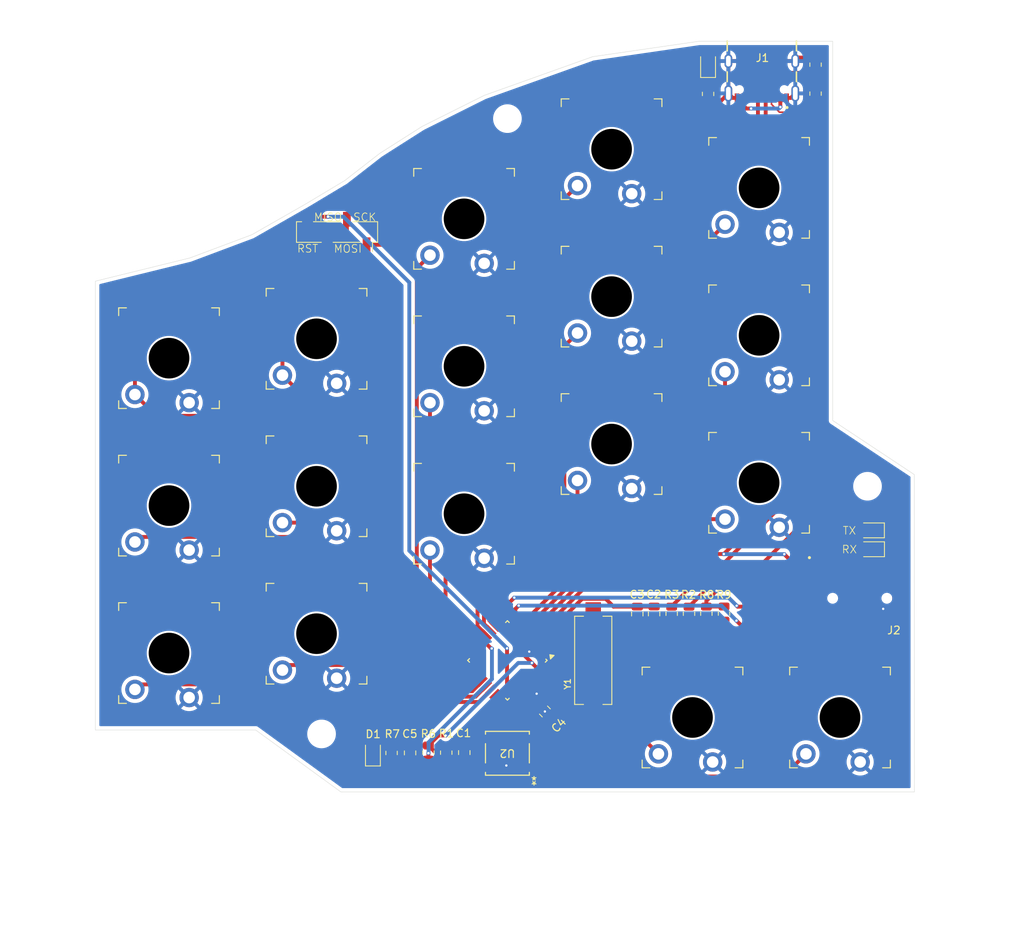
<source format=kicad_pcb>
(kicad_pcb (version 20240108) (generator "pcbnew") (generator_version "8.0")
  (layers (0 "F.Cu" signal) (31 "B.Cu" signal) (34 "B.Paste" user) (35 "F.Paste" user) (36 "B.SilkS" user "B.Silkscreen") (37 "F.SilkS" user "F.Silkscreen") (38 "B.Mask" user) (39 "F.Mask" user) (44 "Edge.Cuts" user))
  (net 0 "")
  (net 1 "GND")
  (net 2 "RST")
  (net 3 "Net-(U1-XTAL1)")
  (net 4 "Net-(U1-PC0{slash}XTAL2)")
  (net 5 "Net-(U1-UCAP)")
  (net 6 "VCC")
  (net 7 "Net-(D1-K)")
  (net 8 "TX")
  (net 9 "Net-(D2-K)")
  (net 10 "Net-(D3-K)")
  (net 11 "RX")
  (net 12 "Net-(D4-K)")
  (net 13 "Net-(J1-CC1)")
  (net 15 "K3")
  (net 16 "K2")
  (net 17 "K4")
  (net 18 "Net-(U1-D+)")
  (net 19 "Net-(U1-D-)")
  (net 20 "K1")
  (net 21 "K5")
  (net 22 "K6")
  (net 23 "K7")
  (net 24 "K8")
  (net 25 "K9")
  (net 26 "K10")
  (net 27 "K11")
  (net 28 "K12")
  (net 29 "K13")
  (net 30 "K14")
  (net 31 "K15")
  (net 32 "K16")
  (net 33 "K17")
  (net 34 "Net-(D1-A)")
  (net 36 "D+")
  (net 37 "D-")
  (net 38 "Net-(J1-CC2)")
  (footprint "LED_SMD:LED_0805_2012Metric" (layer "F.Cu") (at 141.63 140.95 90)
    (property "Reference" "D1")
    (property "Value" "LED" (hide yes))
  )
  (footprint "Resistor_SMD:R_0805_2012Metric" (layer "F.Cu") (at 148.8 140.91 -90)
    (property "Reference" "R6")
    (property "Value" "10k" (hide yes))
  )
  (footprint "Mech_Keyboard:SW_Gateron_LowProfile_THT_New" (layer "F.Cu") (at 172.45 62.95)
    (property "Reference" "S4" (hide yes))
    (property "Value" "Keyswitch" (hide yes))
  )
  (footprint "Mech_Keyboard:SW_Gateron_LowProfile_THT_New" (layer "F.Cu") (at 153.4 71.95)
    (property "Reference" "S3" (hide yes))
    (property "Value" "Keyswitch" (hide yes))
  )
  (footprint "Resistor_SMD:R_0805_2012Metric" (layer "F.Cu") (at 184.91 55.81 90)
    (property "Reference" "R10" (hide yes))
    (property "Value" "220" (hide yes))
  )
  (footprint "Mech_Keyboard:SMT_FS" (layer "F.Cu") (at 159 141 180)
    (property "Reference" "U2")
    (property "Value" "PTS526 SK15 SMTR2 LFS")
  )
  (footprint "Mech_Keyboard:SW_Gateron_LowProfile_THT_New" (layer "F.Cu") (at 134.35 87.45)
    (property "Reference" "S2" (hide yes))
    (property "Value" "Keyswitch" (hide yes))
  )
  (footprint "Mech_Keyboard:GCT_USB4105-GF-A" (layer "F.Cu") (at 191.851033 51.565677 180)
    (property "Reference" "J1")
    (property "Value" "USB4105-GF-A" (hide yes))
  )
  (footprint "MountingHole:MountingHole_3.2mm_M3" (layer "F.Cu") (at 135 138.5)
    (property "Reference" "REF**" (hide yes))
    (property "Value" "MountingHole_3.2mm_M3" (hide yes))
  )
  (footprint "Capacitor_SMD:C_0805_2012Metric" (layer "F.Cu") (at 163.84 135.6 135)
    (property "Reference" "C4")
    (property "Value" "1uf" (hide yes))
  )
  (footprint "Mech_Keyboard:SW_Gateron_LowProfile_THT_New" (layer "F.Cu") (at 191.5 87)
    (property "Reference" "S10" (hide yes))
    (property "Value" "Keyswitch" (hide yes))
  )
  (footprint "Package_QFP:TQFP-32_7x7mm_P0.8mm" (layer "F.Cu") (at 159 129 -135)
    (property "Reference" "U1" (hide yes))
    (property "Value" "ATmega32U2-A" (hide yes))
  )
  (footprint "Resistor_SMD:R_0805_2012Metric" (layer "F.Cu") (at 184.69 122.96 -90)
    (property "Reference" "R8")
    (property "Value" "220" (hide yes))
  )
  (footprint "Mech_Keyboard:SW_Gateron_LowProfile_THT_New" (layer "F.Cu") (at 191.5 106.05)
    (property "Reference" "S15" (hide yes))
    (property "Value" "Keyswitch" (hide yes))
  )
  (footprint "Capacitor_SMD:C_0805_2012Metric" (layer "F.Cu") (at 177.94 122.99 -90)
    (property "Reference" "C2")
    (property "Value" "20pf" (hide yes))
  )
  (footprint "Mech_Keyboard:SW_Gateron_LowProfile_THT_New" (layer "F.Cu") (at 182.9 136.375)
    (property "Reference" "S16" (hide yes))
    (property "Value" "Keyswitch" (hide yes))
  )
  (footprint "Mech_Keyboard:SW_Gateron_LowProfile_THT_New" (layer "F.Cu") (at 134.35 106.5)
    (property "Reference" "S7" (hide yes))
    (property "Value" "Keyswitch" (hide yes))
  )
  (footprint "Capacitor_SMD:C_0805_2012Metric" (layer "F.Cu") (at 146.43 140.95 90)
    (property "Reference" "C5")
    (property "Value" "1uf" (hide yes))
  )
  (footprint "Mech_Keyboard:SW_Gateron_LowProfile_THT_New" (layer "F.Cu") (at 115.3 89.95)
    (property "Reference" "S1" (hide yes))
    (property "Value" "Keyswitch" (hide yes))
  )
  (footprint "Capacitor_SMD:C_0805_2012Metric" (layer "F.Cu") (at 175.77 123 90)
    (property "Reference" "C3")
    (property "Value" "20pf" (hide yes))
  )
  (footprint "Connector_PinSocket_2.54mm:PinSocket_1x04_P2.54mm_Vertical_SMD_Pin1Right" (layer "F.Cu") (at 137 73.65 -90)
    (property "Reference" "J3" (hide yes))
    (property "Value" "Conn_01x04_Pin" (hide yes))
  )
  (footprint "Resistor_SMD:R_0805_2012Metric" (layer "F.Cu") (at 182.45 122.97 -90)
    (property "Reference" "R2")
    (property "Value" "22" (hide yes))
  )
  (footprint "Mech_Keyboard:SW_Gateron_LowProfile_THT_New" (layer "F.Cu") (at 191.5 67.95)
    (property "Reference" "S5" (hide yes))
    (property "Value" "Keyswitch" (hide yes))
  )
  (footprint "MountingHole:MountingHole_3.2mm_M3" (layer "F.Cu") (at 205.5 106.5)
    (property "Reference" "REF**" (hide yes))
    (property "Value" "MountingHole_3.2mm_M3" (hide yes))
  )
  (footprint "Mech_Keyboard:SW_Gateron_LowProfile_THT_New" (layer "F.Cu") (at 115.3 128.05)
    (property "Reference" "S11" (hide yes))
    (property "Value" "Keyswitch" (hide yes))
  )
  (footprint "Resistor_SMD:R_0805_2012Metric" (layer "F.Cu") (at 198.79 55.77 -90)
    (property "Reference" "R4" (hide yes))
    (property "Value" "5.1k" (hide yes))
  )
  (footprint "Resistor_SMD:R_0805_2012Metric" (layer "F.Cu") (at 186.97 122.95 -90)
    (property "Reference" "R9")
    (property "Value" "220" (hide yes))
  )
  (footprint "Mech_Keyboard:SW_Gateron_LowProfile_THT_New" (layer "F.Cu") (at 172.45 82)
    (property "Reference" "S9" (hide yes))
    (property "Value" "Keyswitch" (hide yes))
  )
  (footprint "Mech_Keyboard:SW_Gateron_LowProfile_THT_New" (layer "F.Cu") (at 153.4 91)
    (property "Reference" "S8" (hide yes))
    (property "Value" "Keyswitch" (hide yes))
  )
  (footprint "Capacitor_SMD:C_0805_2012Metric" (layer "F.Cu") (at 153.43 140.91 -90)
    (property "Reference" "C1")
    (property "Value" "1uf" (hide yes))
  )
  (footprint "Resistor_SMD:R_0805_2012Metric" (layer "F.Cu") (at 180.21 122.97 -90)
    (property "Reference" "R3")
    (property "Value" "22" (hide yes))
  )
  (footprint "Mech_Keyboard:SW_Gateron_LowProfile_THT_New" (layer "F.Cu") (at 172.45 101.05)
    (property "Reference" "S14" (hide yes))
    (property "Value" "Keyswitch" (hide yes))
  )
  (footprint "Mech_Keyboard:SW_Gateron_LowProfile_THT_New" (layer "F.Cu") (at 115.3 109)
    (property "Reference" "S6" (hide yes))
    (property "Value" "Keyswitch" (hide yes))
  )
  (footprint "LED_SMD:LED_0805_2012Metric" (layer "F.Cu") (at 184.91 52 90)
    (property "Reference" "D4" (hide yes))
    (property "Value" "LED" (hide yes))
  )
  (footprint "Resistor_SMD:R_0805_2012Metric" (layer "F.Cu") (at 198.79 52.03 90)
    (property "Reference" "R5" (hide yes))
    (property "Value" "5.1k" (hide yes))
  )
  (footprint "Mech_Keyboard:SAMESKY_SJ2-3574A-SMT-TR" (layer "F.Cu") (at 204.497982 120.973578 90)
    (property "Reference" "J2")
    (property "Value" "SJ2-3574A-SMT-TR" (hide yes))
  )
  (footprint "Mech_Keyboard:SW_Gateron_LowProfile_THT_New" (layer "F.Cu") (at 134.35 125.55)
    (property "Reference" "S12" (hide yes))
    (property "Value" "Keyswitch" (hide yes))
  )
  (footprint "MountingHole:MountingHole_3.2mm_M3" (layer "F.Cu") (at 159 59)
    (property "Reference" "REF**" (hide yes))
    (property "Value" "MountingHole_3.2mm_M3" (hide yes))
  )
  (footprint "Mech_Keyboard:SW_Gateron_LowProfile_THT_New" (layer "F.Cu") (at 153.4 110.05)
    (property "Reference" "S13" (hide yes))
    (property "Value" "Keyswitch" (hide yes))
  )
  (footprint "Mech_Keyboard:SW_Gateron_LowProfile_THT_New" (layer "F.Cu") (at 201.95 136.375)
    (property "Reference" "S17" (hide yes))
    (property "Value" "Keyswitch" (hide yes))
  )
  (footprint "Resistor_SMD:R_0805_2012Metric" (layer "F.Cu") (at 151.1 140.92 90)
    (property "Reference" "R1")
    (property "Value" "10k" (hide yes))
  )
  (footprint "Mech_Keyboard:XTAL_ECS-160-20-5PX-TR" (layer "F.Cu") (at 170.08 128.99 90)
    (property "Reference" "Y1")
    (property "Value" "16MHz" (hide yes))
  )
  (footprint "Resistor_SMD:R_0805_2012Metric" (layer "F.Cu") (at 144.04 140.9575 90)
    (property "Reference" "R7")
    (property "Value" "220" (hide yes))
  )
  (footprint "LED_SMD:LED_0805_2012Metric" (layer "F.Cu") (at 205.99 112.2 180)
    (property "Reference" "D2" (hide yes))
    (property "Value" "LED" (hide yes))
  )
  (footprint "LED_SMD:LED_0805_2012Metric" (layer "F.Cu") (at 206 114.64 180)
    (property "Reference" "D3" (hide yes))
    (property "Value" "LED" (hide yes))
  )
  (gr_poly (pts (xy 126.5 138) (xy 105.8 138) (xy 105.8 109) (xy 105.8 80) (xy 111.9 78.5) (xy 118 77) (xy 126 74) (xy 133 70) (xy 138 67) (xy 142.5 63.5) (xy 148 60) (xy 156 56) (xy 170 51) (xy 183.78 49) (xy 201 49) (xy 201 98) (xy 211.55 105) (xy 211.561704 146) (xy 137.5 146)) (stroke (width 0.05)) (fill none) (layer "Edge.Cuts"))
  (gr_text "MOSI" (at 136.52 76.4 0) (layer "F.SilkS") (effects (font (size 1 1) (thickness 0.1)) (justify left bottom)))
  (gr_text "SCK" (at 139.03 72.32 0) (layer "F.SilkS") (effects (font (size 1 1) (thickness 0.1)) (justify left bottom)))
  (gr_text "MISO" (at 133.95 72.32 0) (layer "F.SilkS") (effects (font (size 1 1) (thickness 0.1)) (justify left bottom)))
  (gr_text "RST" (at 131.78 76.38 0) (layer "F.SilkS") (effects (font (size 1 1) (thickness 0.1)) (justify left bottom)))
  (gr_text "RX" (at 202.12 115.25 0) (layer "F.SilkS") (effects (font (size 1 1) (thickness 0.1)) (justify left bottom)))
  (gr_text "TX" (at 202.24 112.82 0) (layer "F.SilkS") (effects (font (size 1 1) (thickness 0.1)) (justify left bottom)))
  (segment (start 198.79 51.1175) (end 196.61921 51.1175) (width 0.5) (layer "F.Cu") (net 1))
  (segment (start 172.7 122.05) (end 171.69 121.04) (width 0.5) (layer "F.Cu") (net 1))
  (segment (start 168.657056 121.04) (end 171.69 121.04) (width 0.5) (layer "F.Cu") (net 1))
  (segment (start 152.3 142.99) (end 153.43 141.86) (width 0.5) (layer "F.Cu") (net 1))
  (segment (start 175.78 122.04) (end 175.77 122.05) (width 0.5) (layer "F.Cu") (net 1))
  (segment (start 184.69 121.31) (end 186 120) (width 0.5) (layer "F.Cu") (net 1))
  (segment (start 206.497982 124.523578) (end 206.497982 123.366344) (width 0.5) (layer "F.Cu") (net 1))
  (segment (start 147.02 142.99) (end 152.3 142.99) (width 0.5) (layer "F.Cu") (net 1))
  (segment (start 188.106033 56.320677) (end 187.531033 55.745677) (width 0.5) (layer "F.Cu") (net 1))
  (segment (start 196.61921 51.1175) (end 196.171033 51.565677) (width 0.5) (layer "F.Cu") (net 1))
  (segment (start 161.756215 132.288047) (end 161.722361 132.288047) (width 0.5) (layer "F.Cu") (net 1))
  (segment (start 164.511751 136.271751) (end 163.840001 135.600001) (width 0.5) (layer "F.Cu") (net 1))
  (segment (start 146.43 142.4) (end 147.02 142.99) (width 0.5) (layer "F.Cu") (net 1))
  (segment (start 186.55421 56.7225) (end 187.531033 55.745677) (width 0.5) (layer "F.Cu") (net 1))
  (segment (start 198.79 54.8575) (end 199.94 53.7075) (width 0.5) (layer "F.Cu") (net 1))
  (segment (start 162.853732 126.843324) (end 168.657056 121.04) (width 0.5) (layer "F.Cu") (net 1))
  (segment (start 155.81865 142.8542) (end 158.5858 142.8542) (width 0.5) (layer "F.Cu") (net 1))
  (segment (start 187.531033 51.565677) (end 187.531033 55.745677) (width 0.5) (layer "F.Cu") (net 1))
  (segment (start 146.43 141.9) (end 146.43 142.4) (width 0.5) (layer "F.Cu") (net 1))
  (segment (start 154.4242 142.8542) (end 155.81865 142.8542) (width 0.5) (layer "F.Cu") (net 1))
  (segment (start 146.43 141.9) (end 144.07 141.9) (width 0.5) (layer "F.Cu") (net 1))
  (segment (start 188.651033 56.320677) (end 188.106033 56.320677) (width 0.5) (layer "F.Cu") (net 1))
  (segment (start 162.773101 133.304933) (end 161.756215 132.288047) (width 0.5) (layer "F.Cu") (net 1))
  (segment (start 144.07 141.9) (end 144.04 141.87) (width 0.5) (layer "F.Cu") (net 1))
  (segment (start 195.596033 56.320677) (end 196.171033 55.745677) (width 0.5) (layer "F.Cu") (net 1))
  (segment (start 186.97 122.0375) (end 184.7 122.0375) (width 0.5) (layer "F.Cu") (net 1))
  (segment (start 175.77 122.05) (end 172.7 122.05) (width 0.5) (layer "F.Cu") (net 1))
  (segment (start 199.94 53.7075) (end 199.94 52.2675) (width 0.5) (layer "F.Cu") (net 1))
  (segment (start 195.051033 56.320677) (end 195.596033 56.320677) (width 0.5) (layer "F.Cu") (net 1))
  (segment (start 159.1342 142.8542) (end 158.86 142.58) (width 0.5) (layer "F.Cu") (net 1))
  (segment (start 177.94 122.04) (end 175.78 122.04) (width 0.5) (layer "F.Cu") (net 1))
  (segment (start 187.531033 51.565677) (end 196.171033 51.565677) (width 0.5) (layer "F.Cu") (net 1))
  (segment (start 199.94 52.2675) (end 198.79 51.1175) (width 0.5) (layer "F.Cu") (net 1))
  (segment (start 184.7 122.0375) (end 184.69 122.0475) (width 0.5) (layer "F.Cu") (net 1))
  (segment (start 162.846676 126.843324) (end 161.82 127.87) (width 0.5) (layer "F.Cu") (net 1))
  (segment (start 206.497982 123.366344) (end 207.525 122.339326) (width 0.5) (layer "F.Cu") (net 1))
  (segment (start 184.91 56.7225) (end 186.55421 56.7225) (width 0.5) (layer "F.Cu") (net 1))
  (segment (start 162.18135 142.8542) (end 159.1342 142.8542) (width 0.5) (layer "F.Cu") (net 1))
  (segment (start 153.43 141.86) (end 154.4242 142.8542) (width 0.5) (layer "F.Cu") (net 1))
  (segment (start 158.5858 142.8542) (end 158.86 142.58) (width 0.5) (layer "F.Cu") (net 1))
  (segment (start 162.853732 126.843324) (end 162.846676 126.843324) (width 0.5) (layer "F.Cu") (net 1))
  (segment (start 184.69 122.0475) (end 184.69 121.31) (width 0.5) (layer "F.Cu") (net 1))
  (via (at 207.525 122.339326) (size 0.6) (drill 0.3) (layers "F.Cu" "B.Cu") (net 1))
  (via (at 186 120) (size 0.6) (drill 0.3) (layers "F.Cu" "B.Cu") (net 1))
  (via (at 163.840001 135.600001) (size 0.5) (drill 0.3) (layers "F.Cu" "B.Cu") (net 1))
  (via (at 158.86 142.58) (size 0.5) (drill 0.3) (layers "F.Cu" "B.Cu") (net 1))
  (via (at 162.773101 133.304933) (size 0.6) (drill 0.3) (layers "F.Cu" "B.Cu") (net 1))
  (via (at 161.82 127.87) (size 0.5) (drill 0.3) (layers "F.Cu" "B.Cu") (net 1))
  (segment (start 155.81865 139.1458) (end 162.18135 139.1458) (width 0.5) (layer "F.Cu") (net 2))
  (segment (start 153.43 139.96) (end 151.1475 139.96) (width 0.5) (layer "F.Cu") (net 2))
  (segment (start 154.2442 139.1458) (end 155.81865 139.1458) (width 0.5) (layer "F.Cu") (net 2))
  (segment (start 151.1475 139.96) (end 151.1 140.0075) (width 0.5) (layer "F.Cu") (net 2))
  (segment (start 155.81865 136.141148) (end 155.81865 139.1458) (width 0.5) (layer "F.Cu") (net 2))
  (segment (start 135.825 71.675) (end 133.515 71.675) (width 0.5) (layer "F.Cu") (net 2))
  (segment (start 153.43 139.96) (end 154.2442 139.1458) (width 0.5) (layer "F.Cu") (net 2))
  (segment (start 158.95 127.44) (end 158.95 133.009798) (width 0.5) (layer "F.Cu") (net 2))
  (segment (start 133.515 71.675) (end 133.19 72) (width 0.5) (layer "F.Cu") (net 2))
  (segment (start 157.974695 133.985103) (end 155.81865 136.141148) (width 0.5) (layer "F.Cu") (net 2))
  (segment (start 158.95 133.009798) (end 157.974695 133.985103) (width 0.5) (layer "F.Cu") (net 2))
  (via (at 135.825 71.675) (size 0.5) (drill 0.3) (layers "F.Cu" "B.Cu") (net 2))
  (via (at 158.95 127.44) (size 0.5) (drill 0.3) (layers "F.Cu" "B.Cu") (net 2))
  (segment (start 146.33 80.17) (end 146.33 114.82) (width 0.5) (layer "B.Cu") (net 2))
  (segment (start 137.835 71.675) (end 146.33 80.17) (width 0.5) (layer "B.Cu") (net 2))
  (segment (start 146.33 114.82) (end 158.95 127.44) (width 0.5) (layer "B.Cu") (net 2))
  (segment (start 135.825 71.675) (end 137.835 71.675) (width 0.5) (layer "B.Cu") (net 2))
  (segment (start 167.68 127.08) (end 164.87 127.08) (width 0.5) (layer "F.Cu") (net 3))
  (segment (start 170.08 129.48) (end 173.95 125.61) (width 0.5) (layer "F.Cu") (net 3))
  (segment (start 163.985103 127.964897) (end 163.985103 127.974695) (width 0.5) (layer "F.Cu") (net 3))
  (segment (start 170.08 133.74) (end 170.08 129.48) (width 0.5) (layer "F.Cu") (net 3))
  (segment (start 173.95 125.61) (end 176.27 125.61) (width 0.5) (layer "F.Cu") (net 3))
  (segment (start 170.08 129.48) (end 167.68 127.08) (width 0.5) (layer "F.Cu") (net 3))
  (segment (start 164.87 127.08) (end 163.985103 127.964897) (width 0.5) (layer "F.Cu") (net 3))
  (segment (start 176.27 125.61) (end 177.94 123.94) (width 0.5) (layer "F.Cu") (net 3))
  (segment (start 166.588427 124.24) (end 163.419417 127.40901) (width 0.5) (layer "F.Cu") (net 4))
  (segment (start 175.77 123.95) (end 176.03 123.95) (width 0.5) (layer "F.Cu") (net 4))
  (segment (start 175.77 123.95) (end 170.37 123.95) (width 0.5) (layer "F.Cu") (net 4))
  (segment (start 170.08 124.24) (end 166.588427 124.24) (width 0.5) (layer "F.Cu") (net 4))
  (segment (start 170.37 123.95) (end 170.08 124.24) (width 0.5) (layer "F.Cu") (net 4))
  (segment (start 163.168249 134.928249) (end 163.168249 134.865305) (width 0.5) (layer "F.Cu") (net 5))
  (segment (start 163.168249 134.865305) (end 161.156676 132.853732) (width 0.5) (layer "F.Cu") (net 5))
  (segment (start 183.76 57.281878) (end 183.76 52.2125) (width 0.5) (layer "F.Cu") (net 6))
  (segment (start 150.635 141.8325) (end 148.8 139.9975) (width 0.5) (layer "F.Cu") (net 6))
  (segment (start 162.16 129.331573) (end 163.419417 130.59099) (width 0.5) (layer "F.Cu") (net 6))
  (segment (start 196.172611 106.027389) (end 196.172611 68.203194) (width 0.5) (layer "F.Cu") (net 6))
  (segment (start 162.288047 126.277639) (end 173.310762 115.254924) (width 0.5) (layer "F.Cu") (net 6))
  (segment (start 163.985103 130.025305) (end 163.985102 130.025305) (width 0.5) (layer "F.Cu") (net 6))
  (segment (start 186.945076 115.254924) (end 196.172611 106.027389) (width 0.5) (layer "F.Cu") (net 6))
  (segment (start 162.16 129.33) (end 162.16 129.331573) (width 0.5) (layer "F.Cu") (net 6))
  (segment (start 196.172611 68.203194) (end 189.451033 61.481616) (width 0.5) (layer "F.Cu") (net 6))
  (segment (start 151.03 138.7) (end 150.0975 138.7) (width 0.5) (layer "F.Cu") (net 6))
  (segment (start 189.451033 56.320677) (end 189.451033 57.295677) (width 0.5) (layer "F.Cu") (net 6))
  (segment (start 197.997982 117.523578) (end 196.998578 117.523578) (width 0.5) (layer "F.Cu") (net 6))
  (segment (start 194.241587 57.508413) (end 194.241587 56.330123) (width 0.5) (layer "F.Cu") (net 6))
  (segment (start 146.4325 139.9975) (end 146.43 140) (width 0.5) (layer "F.Cu") (net 6))
  (segment (start 173.310762 115.254924) (end 186.945076 115.254924) (width 0.5) (layer "F.Cu") (net 6))
  (segment (start 148.8 139.9975) (end 146.4325 139.9975) (width 0.5) (layer "F.Cu") (net 6))
  (segment (start 161.12 128.29) (end 162.16 129.33) (width 0.5) (layer "F.Cu") (net 6))
  (segment (start 163.985102 130.025305) (end 163.419417 130.59099) (width 0.5) (layer "F.Cu") (net 6))
  (segment (start 151.04 138.69) (end 151.03 138.7) (width 0.5) (layer "F.Cu") (net 6))
  (segment (start 196.998578 117.523578) (end 194.75 115.275) (width 0.5) (layer "F.Cu") (net 6))
  (segment (start 189.451033 61.481616) (end 187.959738 61.481616) (width 0.5) (layer "F.Cu") (net 6))
  (segment (start 183.76 52.2125) (end 184.91 51.0625) (width 0.5) (layer "F.Cu") (net 6))
  (segment (start 189.855356 57.7) (end 190.475 57.7) (width 0.5) (layer "F.Cu") (net 6))
  (segment (start 150.0975 138.7) (end 148.8 139.9975) (width 0.5) (layer "F.Cu") (net 6))
  (segment (start 161.12 127.445686) (end 161.12 128.29) (width 0.5) (layer "F.Cu") (net 6))
  (segment (start 162.288047 126.277639) (end 161.12 127.445686) (width 0.5) (layer "F.Cu") (net 6))
  (segment (start 151.1 141.8325) (end 150.635 141.8325) (width 0.5) (layer "F.Cu") (net 6))
  (segment (start 187.959738 61.481616) (end 183.76 57.281878) (width 0.5) (layer "F.Cu") (net 6))
  (segment (start 194.241587 56.330123) (end 194.251033 56.320677) (width 0.5) (layer "F.Cu") (net 6))
  (segment (start 189.451033 61.481616) (end 189.451033 56.320677) (width 0.5) (layer "F.Cu") (net 6))
  (segment (start 189.451033 57.295677) (end 189.855356 57.7) (width 0.5) (layer "F.Cu") (net 6))
  (via (at 194.241587 57.508413) (size 0.5) (drill 0.3) (layers "F.Cu" "B.Cu") (net 6))
  (via (at 190.475 57.7) (size 0.5) (drill 0.3) (layers "F.Cu" "B.Cu") (net 6))
  (via (at 194.75 115.275) (size 0.5) (drill 0.3) (layers "F.Cu" "B.Cu") (net 6))
  (via (at 186.945076 115.254924) (size 0.5) (drill 0.3) (layers "F.Cu" "B.Cu") (net 6))
  (via (at 162.16 129.33) (size 0.5) (drill 0.3) (layers "F.Cu" "B.Cu") (net 6))
  (via (at 151.03 138.7) (size 0.5) (drill 0.3) (layers "F.Cu" "B.Cu") (net 6))
  (segment (start 194.75 115.275) (end 186.965152 115.275) (width 0.5) (layer "B.Cu") (net 6))
  (segment (start 186.965152 115.275) (end 186.945076 115.254924) (width 0.5) (layer "B.Cu") (net 6))
  (segment (start 151.03 138.7) (end 160.4 129.33) (width 0.5) (layer "B.Cu") (net 6))
  (segment (start 190.475 57.7) (end 194.05 57.7) (width 0.5) (layer "B.Cu") (net 6))
  (segment (start 194.05 57.7) (end 194.241587 57.508413) (width 0.5) (layer "B.Cu") (net 6))
  (segment (start 160.4 129.33) (end 162.16 129.33) (width 0.5) (layer "B.Cu") (net 6))
  (segment (start 142.1975 141.8875) (end 144.04 140.045) (width 0.5) (layer "F.Cu") (net 7))
  (segment (start 141.63 141.8875) (end 142.1975 141.8875) (width 0.5) (layer "F.Cu") (net 7))
  (segment (start 201.38 117.904252) (end 201.38 115.8725) (width 0.5) (layer "F.Cu") (net 8))
  (segment (start 197.229328 122.054924) (end 188.724924 122.054924) (width 0.5) (layer "F.Cu") (net 8))
  (segment (start 157.974695 122.805305) (end 159.89 120.89) (width 0.5) (layer "F.Cu") (net 8))
  (segment (start 201.38 115.8725) (end 205.0525 112.2) (width 0.5) (layer "F.Cu") (net 8))
  (segment (start 199.497982 124.323578) (end 197.229328 122.054924) (width 0.5) (layer "F.Cu") (net 8))
  (segment (start 188.724924 122.054924) (end 188.6 121.93) (width 0.5) (layer "F.Cu") (net 8))
  (segment (start 197.229328 122.054924) (end 201.38 117.904252) (width 0.5) (layer "F.Cu") (net 8))
  (segment (start 157.974695 124.014897) (end 157.974695 122.805305) (width 0.5) (layer "F.Cu") (net 8))
  (via (at 159.89 120.89) (size 0.5) (drill 0.3) (layers "F.Cu" "B.Cu") (net 8))
  (via (at 188.6 121.93) (size 0.5) (drill 0.3) (layers "F.Cu" "B.Cu") (net 8))
  (segment (start 187.56 120.89) (end 188.6 121.93) (width 0.5) (layer "B.Cu") (net 8))
  (segment (start 159.89 120.89) (end 187.56 120.89) (width 0.5) (layer "B.Cu") (net 8))
  (segment (start 209.9 115.1725) (end 206.9275 112.2) (width 0.5) (layer "F.Cu") (net 9))
  (segment (start 188.8175 128) (end 207.43 128) (width 0.5) (layer "F.Cu") (net 9))
  (segment (start 184.69 123.8725) (end 188.8175 128) (width 0.5) (layer "F.Cu") (net 9))
  (segment (start 209.9 125.53) (end 209.9 115.1725) (width 0.5) (layer "F.Cu") (net 9))
  (segment (start 207.43 128) (end 209.9 125.53) (width 0.5) (layer "F.Cu") (net 9))
  (segment (start 208.947982 116.650482) (end 208.947982 125.322018) (width 0.5) (layer "F.Cu") (net 10))
  (segment (start 206.9375 114.64) (end 208.947982 116.650482) (width 0.5) (layer "F.Cu") (net 10))
  (segment (start 208.947982 125.322018) (end 207.2 127.07) (width 0.5) (layer "F.Cu") (net 10))
  (segment (start 190.1775 127.07) (end 186.97 123.8625) (width 0.5) (layer "F.Cu") (net 10))
  (segment (start 207.2 127.07) (end 190.1775 127.07) (width 0.5) (layer "F.Cu") (net 10))
  (segment (start 205.0625 114.64) (end 205.0625 122.95906) (width 0.5) (layer "F.Cu") (net 11))
  (segment (start 200.80156 126.17) (end 202.447982 124.523578) (width 0.5) (layer "F.Cu") (net 11))
  (segment (start 190.88 126.17) (end 200.80156 126.17) (width 0.5) (layer "F.Cu") (net 11))
  (segment (start 205.0625 122.95906) (end 203.497982 124.523578) (width 0.5) (layer "F.Cu") (net 11))
  (segment (start 188.57 123.86) (end 190.88 126.17) (width 0.5) (layer "F.Cu") (net 11))
  (segment (start 202.447982 124.523578) (end 203.497982 124.523578) (width 0.5) (layer "F.Cu") (net 11))
  (segment (start 160.025305 124.014897) (end 160.025305 122.354695) (width 0.5) (layer "F.Cu") (net 11))
  (segment (start 160.025305 122.354695) (end 160.46 121.92) (width 0.5) (layer "F.Cu") (net 11))
  (via (at 160.46 121.92) (size 0.5) (drill 0.3) (layers "F.Cu" "B.Cu") (net 11))
  (via (at 188.57 123.86) (size 0.5) (drill 0.3) (layers "F.Cu" "B.Cu") (net 11))
  (segment (start 186.63 121.92) (end 188.57 123.86) (width 0.5) (layer "B.Cu") (net 11))
  (segment (start 160.46 121.92) (end 186.63 121.92) (width 0.5) (layer "B.Cu") (net 11))
  (segment (start 184.91 54.8975) (end 184.91 52.9375) (width 0.5) (layer "F.Cu") (net 12))
  (segment (start 193.101033 57.145677) (end 194.130356 58.175) (width 0.2) (layer "F.Cu") (net 13))
  (segment (start 194.130356 58.175) (end 197.8 58.175) (width 0.2) (layer "F.Cu") (net 13))
  (segment (start 198.79 56.6825) (end 198.79 57.185) (width 0.2) (layer "F.Cu") (net 13))
  (segment (start 198.79 57.185) (end 197.8 58.175) (width 0.2) (layer "F.Cu") (net 13))
  (segment (start 193.101033 56.320677) (end 193.101033 57.145677) (width 0.2) (layer "F.Cu") (net 13))
  (segment (start 140.81 75.3) (end 144.25 75.3) (width 0.5) (layer "F.Cu") (net 15))
  (segment (start 154.642754 127.577246) (end 147.3 120.234492) (width 0.5) (layer "F.Cu") (net 15))
  (segment (start 144.25 75.3) (end 147.3 78.35) (width 0.5) (layer "F.Cu") (net 15))
  (segment (start 147.3 78.35) (end 149 76.65) (width 0.5) (layer "F.Cu") (net 15))
  (segment (start 147.3 120.234492) (end 147.3 78.35) (width 0.5) (layer "F.Cu") (net 15))
  (segment (start 154.014897 127.974695) (end 142 115.959798) (width 0.5) (layer "F.Cu") (net 16))
  (segment (start 138.27 76.36005) (end 129.95 84.68005) (width 0.5) (layer "F.Cu") (net 16))
  (segment (start 138.27 72) (end 138.27 76.36005) (width 0.5) (layer "F.Cu") (net 16))
  (segment (start 142 115.959798) (end 142 104.2) (width 0.5) (layer "F.Cu") (net 16))
  (segment (start 129.95 84.68005) (end 129.95 92.15) (width 0.5) (layer "F.Cu") (net 16))
  (segment (start 142 104.2) (end 129.95 92.15) (width 0.5) (layer "F.Cu") (net 16))
  (segment (start 158.75 117.32) (end 164.23 111.84) (width 0.5) (layer "F.Cu") (net 17))
  (segment (start 155.14 120.9) (end 158.72 117.32) (width 0.5) (layer "F.Cu") (net 17))
  (segment (start 158.72 117.32) (end 158.75 117.32) (width 0.5) (layer "F.Cu") (net 17))
  (segment (start 164.23 71.47) (end 168.05 67.65) (width 0.5) (layer "F.Cu") (net 17))
  (segment (start 156.277639 125.711953) (end 155.14 124.574314) (width 0.5) (layer "F.Cu") (net 17))
  (segment (start 155.14 124.574314) (end 155.14 120.9) (width 0.5) (layer "F.Cu") (net 17))
  (segment (start 164.23 111.84) (end 164.23 71.47) (width 0.5) (layer "F.Cu") (net 17))
  (segment (start 168.275686 137.71) (end 171.74995 137.71) (width 0.5) (layer "F.Cu") (net 18))
  (segment (start 162.288047 131.722361) (end 168.275686 137.71) (width 0.5) (layer "F.Cu") (net 18))
  (segment (start 171.74995 137.71) (end 182.45 127.00995) (width 0.5) (layer "F.Cu") (net 18))
  (segment (start 182.45 127.00995) (end 182.45 123.8825) (width 0.5) (layer "F.Cu") (net 18))
  (segment (start 180.21 128.26) (end 171.46 137.01) (width 0.5) (layer "F.Cu") (net 19))
  (segment (start 168.707056 137.01) (end 162.853732 131.156676) (width 0.5) (layer "F.Cu") (net 19))
  (segment (start 180.21 123.8825) (end 180.21 128.26) (width 0.5) (layer "F.Cu") (net 19))
  (segment (start 171.46 137.01) (end 168.707056 137.01) (width 0.5) (layer "F.Cu") (net 19))
  (segment (start 140 116.010408) (end 154.014897 130.025305) (width 0.5) (layer "F.Cu") (net 20))
  (segment (start 110.9 89.930583) (end 110.9 94.65) (width 0.5) (layer "F.Cu") (net 20))
  (segment (start 135.73 75.3) (end 125.530583 75.3) (width 0.5) (layer "F.Cu") (net 20))
  (segment (start 140 105) (end 140 116.010408) (width 0.5) (layer "F.Cu") (net 20))
  (segment (start 110.9 94.65) (end 113.65 97.4) (width 0.5) (layer "F.Cu") (net 20))
  (segment (start 125.530583 75.3) (end 110.9 89.930583) (width 0.5) (layer "F.Cu") (net 20))
  (segment (start 113.65 97.4) (end 132.4 97.4) (width 0.5) (layer "F.Cu") (net 20))
  (segment (start 132.4 97.4) (end 140 105) (width 0.5) (layer "F.Cu") (net 20))
  (segment (start 187.1 72.65) (end 180.21 79.54) (width 0.5) (layer "F.Cu") (net 21))
  (segment (start 180.21 104.961573) (end 180.21 80.38) (width 0.5) (layer "F.Cu") (net 21))
  (segment (start 160.59099 124.580583) (end 180.21 104.961573) (width 0.5) (layer "F.Cu") (net 21))
  (segment (start 180.21 79.54) (end 180.21 80.38) (width 0.5) (layer "F.Cu") (net 21))
  (segment (start 110.9 113.7) (end 111.55 113.05) (width 0.5) (layer "F.Cu") (net 22))
  (segment (start 111.55 113.05) (end 132.73005 113.05) (width 0.5) (layer "F.Cu") (net 22))
  (segment (start 154.129019 132.279989) (end 155.309504 131.099504) (width 0.5) (layer "F.Cu") (net 22))
  (segment (start 151.960039 132.279989) (end 154.129019 132.279989) (width 0.5) (layer "F.Cu") (net 22))
  (segment (start 132.73005 113.05) (end 151.960039 132.279989) (width 0.5) (layer "F.Cu") (net 22))
  (segment (start 131.87 111.2) (end 152.01151 131.34151) (width 0.5) (layer "F.Cu") (net 23))
  (segment (start 152.01151 131.34151) (end 153.830063 131.34151) (width 0.5) (layer "F.Cu") (net 23))
  (segment (start 129.95 111.2) (end 131.87 111.2) (width 0.5) (layer "F.Cu") (net 23))
  (segment (start 153.830063 131.34151) (end 154.580583 130.59099) (width 0.5) (layer "F.Cu") (net 23))
  (segment (start 148.796275 140.983725) (end 148.796275 141.818775) (width 0.5) (layer "F.Cu") (net 24))
  (segment (start 155.711953 126.277639) (end 151.01 121.575686) (width 0.5) (layer "F.Cu") (net 24))
  (segment (start 156.894314 127.46) (end 155.711953 126.277639) (width 0.5) (layer "F.Cu") (net 24))
  (segment (start 148.82 141.8425) (end 148.8 141.8225) (width 0.5) (layer "F.Cu") (net 24))
  (segment (start 148.796275 141.818775) (end 148.8 141.8225) (width 0.5) (layer "F.Cu") (net 24))
  (segment (start 151.01 112.079417) (end 149 110.069417) (width 0.5) (layer "F.Cu") (net 24))
  (segment (start 156.97 127.46) (end 156.894314 127.46) (width 0.5) (layer "F.Cu") (net 24))
  (segment (start 151.01 121.575686) (end 151.01 112.079417) (width 0.5) (layer "F.Cu") (net 24))
  (segment (start 149 110.069417) (end 149 95.7) (width 0.5) (layer "F.Cu") (net 24))
  (via (at 148.796275 140.983725) (size 0.5) (drill 0.3) (layers "F.Cu" "B.Cu") (net 24))
  (via (at 156.97 127.46) (size 0.5) (drill 0.3) (layers "F.Cu" "B.Cu") (net 24))
  (segment (start 148.796275 140.983725) (end 148.82 140.96) (width 0.5) (layer "B.Cu") (net 24))
  (segment (start 148.82 140.96) (end 148.82 139.59) (width 0.5) (layer "B.Cu") (net 24))
  (segment (start 157 127.49) (end 156.97 127.46) (width 0.5) (layer "B.Cu") (net 24))
  (segment (start 157 131.41) (end 157 127.49) (width 0.5) (layer "B.Cu") (net 24))
  (segment (start 148.82 139.59) (end 157 131.41) (width 0.5) (layer "B.Cu") (net 24))
  (segment (start 166.35 88.4) (end 166.35 111.24) (width 0.5) (layer "F.Cu") (net 25))
  (segment (start 158.925 118.665) (end 155.97 121.62) (width 0.5) (layer "F.Cu") (net 25))
  (segment (start 168.05 86.7) (end 166.35 88.4) (width 0.5) (layer "F.Cu") (net 25))
  (segment (start 166.35 111.24) (end 158.925 118.665) (width 0.5) (layer "F.Cu") (net 25))
  (segment (start 155.97 124.272944) (end 156.843324 125.146268) (width 0.5) (layer "F.Cu") (net 25))
  (segment (start 155.97 121.62) (end 155.97 124.272944) (width 0.5) (layer "F.Cu") (net 25))
  (segment (start 187.1 99.202944) (end 161.156676 125.146268) (width 0.5) (layer "F.Cu") (net 26))
  (segment (start 187.1 91.7) (end 187.1 99.202944) (width 0.5) (layer "F.Cu") (net 26))
  (segment (start 123.852082 132.1) (end 125.432071 133.679989) (width 0.5) (layer "F.Cu") (net 27))
  (segment (start 110.9 132.75) (end 111.55 132.1) (width 0.5) (layer "F.Cu") (net 27))
  (segment (start 154.885697 133.679989) (end 156.277639 132.288047) (width 0.5) (layer "F.Cu") (net 27))
  (segment (start 111.55 132.1) (end 123.852082 132.1) (width 0.5) (layer "F.Cu") (net 27))
  (segment (start 125.432071 133.679989) (end 154.885697 133.679989) (width 0.5) (layer "F.Cu") (net 27))
  (segment (start 154.454325 132.979989) (end 155.711953 131.722361) (width 0.5) (layer "F.Cu") (net 28))
  (segment (start 129.95 130.25) (end 130.6 129.6) (width 0.5) (layer "F.Cu") (net 28))
  (segment (start 130.6 129.6) (end 141.6 129.6) (width 0.5) (layer "F.Cu") (net 28))
  (segment (start 144.979989 132.979989) (end 154.454325 132.979989) (width 0.5) (layer "F.Cu") (net 28))
  (segment (start 141.6 129.6) (end 144.979989 132.979989) (width 0.5) (layer "F.Cu") (net 28))
  (segment (start 155.146268 126.843324) (end 149 120.697056) (width 0.5) (layer "F.Cu") (net 29))
  (segment (start 149 120.697056) (end 149 114.75) (width 0.5) (layer "F.Cu") (net 29))
  (segment (start 156.67 122.54) (end 168.05 111.16) (width 0.5) (layer "F.Cu") (net 30))
  (segment (start 157.40901 124.580583) (end 156.67 123.841573) (width 0.5) (layer "F.Cu") (net 30))
  (segment (start 156.67 123.841573) (end 156.67 122.54) (width 0.5) (layer "F.Cu") (net 30))
  (segment (start 168.05 111.16) (end 168.05 105.75) (width 0.5) (layer "F.Cu") (net 30))
  (segment (start 176.72 110.75) (end 176.702157 110.732157) (width 0.5) (layer "F.Cu") (net 31))
  (segment (start 176.702157 110.732157) (end 161.722361 125.711953) (width 0.5) (layer "F.Cu") (net 31))
  (segment (start 187.1 110.75) (end 176.72 110.75) (width 0.5) (layer "F.Cu") (net 31))
  (segment (start 177.125 139.7) (end 165.56 139.7) (width 0.5) (layer "F.Cu") (net 32))
  (segment (start 178.5 141.075) (end 177.125 139.7) (width 0.5) (layer "F.Cu") (net 32))
  (segment (start 178.5 141.075) (end 178.5 140.6) (width 0.5) (layer "F.Cu") (net 32))
  (segment (start 161.235445 135.375445) (end 161.235445 134.063872) (width 0.5) (layer "F.Cu") (net 32))
  (segment (start 165.56 139.7) (end 161.235445 135.375445) (width 0.5) (layer "F.Cu") (net 32))
  (segment (start 161.235445 134.063872) (end 160.59099 133.419417) (width 0.5) (layer "F.Cu") (net 32))
  (segment (start 160.025305 135.365305) (end 168.66 144) (width 0.5) (layer "F.Cu") (net 33))
  (segment (start 194.625 144) (end 194.8125 143.8125) (width 0.5) (layer "F.Cu") (net 33))
  (segment (start 194.8125 143.8125) (end 197.55 141.075) (width 0.5) (layer "F.Cu") (net 33))
  (segment (start 168.66 144) (end 194.625 144) (width 0.5) (layer "F.Cu") (net 33))
  (segment (start 160.025305 133.985103) (end 160.025305 135.365305) (width 0.5) (layer "F.Cu") (net 33))
  (segment (start 141.63 140.0125) (end 147.262511 134.379989) (width 0.5) (layer "F.Cu") (net 34))
  (segment (start 155.317067 134.379989) (end 156.843324 132.853732) (width 0.5) (layer "F.Cu") (net 34))
  (segment (start 147.262511 134.379989) (end 155.317067 134.379989) (width 0.5) (layer "F.Cu") (net 34))
  (segment (start 192.35 60.375) (end 192.35 56.320677) (width 0.5) (layer "F.Cu") (net 36))
  (segment (start 199.14 109.285) (end 199.14 67.165) (width 0.5) (layer "F.Cu") (net 36))
  (segment (start 186.3475 118.16) (end 190.265 118.16) (width 0.5) (layer "F.Cu") (net 36))
  (segment (start 199.14 67.165) (end 192.35 60.375) (width 0.5) (layer "F.Cu") (net 36))
  (segment (start 182.45 122.0575) (end 186.3475 118.16) (width 0.5) (layer "F.Cu") (net 36))
  (segment (start 192.101033 56.320677) (end 192.35 56.320677) (width 0.2) (layer "F.Cu") (net 36))
  (segment (start 190.265 118.16) (end 199.14 109.285) (width 0.5) (layer "F.Cu") (net 36))
  (segment (start 192.35 56.320677) (end 192.601033 56.320677) (width 0.2) (layer "F.Cu") (net 36))
  (segment (start 191.35 56.320677) (end 191.601033 56.320677) (width 0.2) (layer "F.Cu") (net 37))
  (segment (start 191.101033 56.320677) (end 191.35 56.320677) (width 0.2) (layer "F.Cu") (net 37))
  (segment (start 180.21 122.015) (end 185.75 116.475) (width 0.5) (layer "F.Cu") (net 37))
  (segment (start 191.35 61.45) (end 191.35 56.320677) (width 0.5) (layer "F.Cu") (net 37))
  (segment (start 180.21 122.0575) (end 180.21 122.015) (width 0.5) (layer "F.Cu") (net 37))
  (segment (start 186.925 116.475) (end 197.65 105.75) (width 0.5) (layer "F.Cu") (net 37))
  (segment (start 197.65 67.75) (end 191.35 61.45) (width 0.5) (layer "F.Cu") (net 37))
  (segment (start 185.75 116.475) (end 186.925 116.475) (width 0.5) (layer "F.Cu") (net 37))
  (segment (start 197.65 105.75) (end 197.65 67.75) (width 0.5) (layer "F.Cu") (net 37))
  (segment (start 190.101033 56.320677) (end 190.101033 55.495677) (width 0.2) (layer "F.Cu") (net 38))
  (segment (start 192.65421 52.9425) (end 198.79 52.9425) (width 0.2) (layer "F.Cu") (net 38))
  (segment (start 190.101033 55.495677) (end 192.65421 52.9425) (width 0.2) (layer "F.Cu") (net 38))
  (zone (net 1) (net_name "GND") (layer "B.Cu") (name "gnd plane") (connect_pads (clearance 0.5)) (min_thickness 0.25) (fill yes (thermal_gap 0.5) (thermal_bridge_width 0.5))
    (polygon (pts (xy 225.725 43.675) (xy 207.642865 43.914504) (xy 95.55 44.25) (xy 93.475 166.275) (xy 221.575 165.725)))
  )
)
</source>
